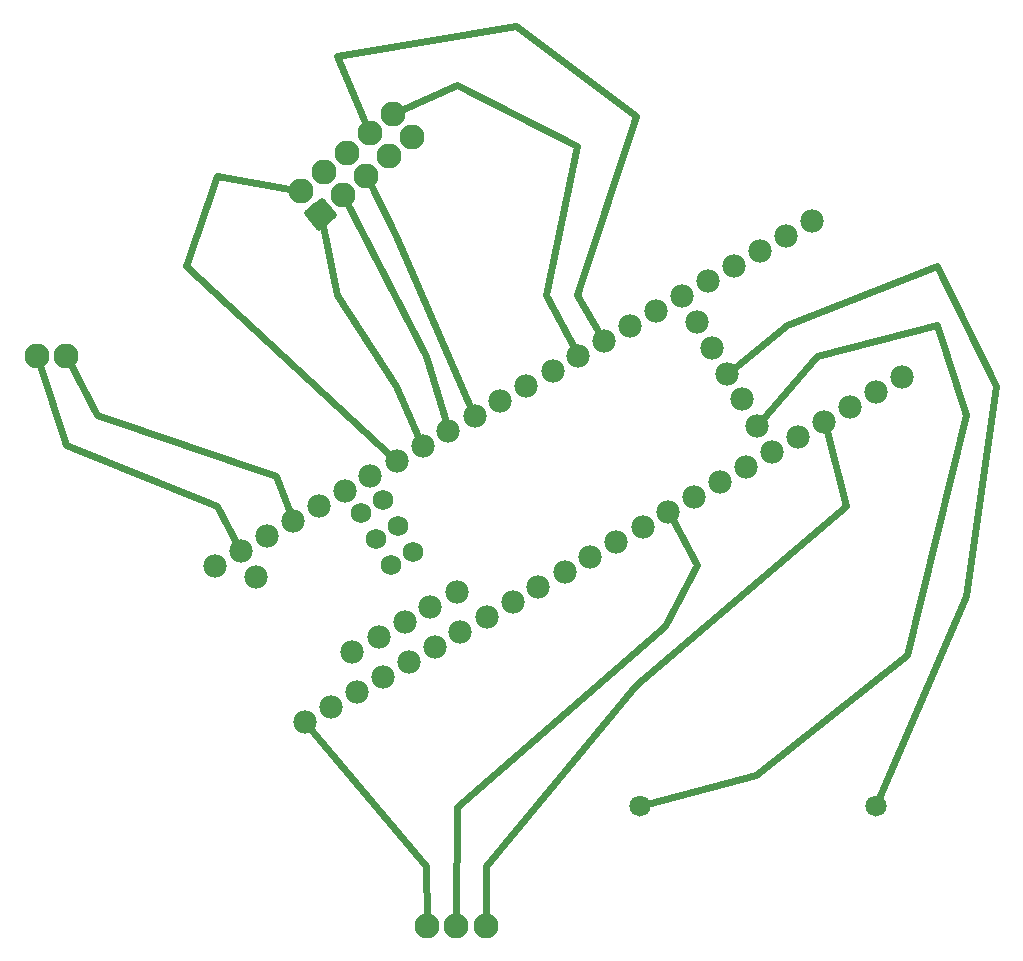
<source format=gtl>
G04 MADE WITH FRITZING*
G04 WWW.FRITZING.ORG*
G04 DOUBLE SIDED*
G04 HOLES PLATED*
G04 CONTOUR ON CENTER OF CONTOUR VECTOR*
%ASAXBY*%
%FSLAX23Y23*%
%MOIN*%
%OFA0B0*%
%SFA1.0B1.0*%
%ADD10C,0.071181*%
%ADD11C,0.078000*%
%ADD12C,0.068000*%
%ADD13C,0.083307*%
%ADD14C,0.024000*%
%ADD15C,0.020000*%
%LNCOPPER1*%
G90*
G70*
G54D10*
X3200Y1037D03*
X2413Y1037D03*
X3200Y1037D03*
X2413Y1037D03*
G54D11*
X1133Y1798D03*
G54D12*
X1483Y2013D03*
X1533Y1926D03*
X1583Y1840D03*
X1556Y2055D03*
X1606Y1968D03*
X1656Y1882D03*
G54D11*
X1454Y1549D03*
X1541Y1599D03*
X1628Y1649D03*
X1714Y1699D03*
X1801Y1749D03*
X1295Y1317D03*
X1381Y1367D03*
X1468Y1417D03*
X1555Y1467D03*
X1641Y1517D03*
X1728Y1567D03*
X1814Y1617D03*
X1901Y1667D03*
X1988Y1717D03*
X2074Y1767D03*
X2161Y1817D03*
X2247Y1867D03*
X2334Y1917D03*
X2421Y1967D03*
X2507Y2017D03*
X2594Y2067D03*
X2680Y2117D03*
X2767Y2167D03*
X2854Y2217D03*
X2940Y2267D03*
X3027Y2317D03*
X3113Y2367D03*
X3200Y2417D03*
X3287Y2467D03*
X2804Y2304D03*
X2754Y2391D03*
X2704Y2477D03*
X2654Y2564D03*
X2604Y2650D03*
X2987Y2987D03*
X2900Y2937D03*
X2813Y2887D03*
X2727Y2837D03*
X2640Y2787D03*
X2554Y2737D03*
X2467Y2687D03*
X2380Y2637D03*
X2294Y2587D03*
X2207Y2537D03*
X2121Y2487D03*
X2034Y2437D03*
X1947Y2387D03*
X1861Y2337D03*
X1774Y2287D03*
X1688Y2237D03*
X1601Y2187D03*
X1514Y2137D03*
X1428Y2087D03*
X1341Y2037D03*
X1255Y1987D03*
X1168Y1937D03*
X1081Y1887D03*
X995Y1837D03*
G54D13*
X1283Y3085D03*
X1359Y3149D03*
X1436Y3214D03*
X1512Y3278D03*
X1589Y3342D03*
X1347Y3008D03*
X1423Y3073D03*
X1500Y3137D03*
X1577Y3201D03*
X1653Y3266D03*
X1898Y637D03*
X1800Y637D03*
X1702Y637D03*
X402Y2537D03*
X500Y2537D03*
G54D14*
X3401Y2639D02*
X3001Y2535D01*
D02*
X3500Y2338D02*
X3401Y2639D01*
D02*
X3598Y2436D02*
X3401Y2836D01*
D02*
X3500Y1735D02*
X3598Y2436D01*
D02*
X2903Y2639D02*
X2718Y2489D01*
D02*
X3001Y2535D02*
X2816Y2318D01*
D02*
X3302Y1538D02*
X3500Y2338D01*
D02*
X2799Y1138D02*
X3302Y1538D01*
D02*
X3401Y2836D02*
X2903Y2639D01*
D02*
X1698Y837D02*
X1307Y1303D01*
D02*
X1701Y659D02*
X1698Y837D01*
D02*
X2437Y1044D02*
X2799Y1138D01*
D02*
X3210Y1061D02*
X3500Y1735D01*
D02*
X2601Y1839D02*
X2516Y2001D01*
D02*
X2497Y1637D02*
X2601Y1839D01*
D02*
X1802Y1034D02*
X2497Y1637D01*
D02*
X1402Y2738D02*
X1599Y2436D01*
D02*
X1698Y2535D02*
X1769Y2305D01*
D02*
X1599Y2436D02*
X1680Y2254D01*
D02*
X1802Y3439D02*
X2202Y3236D01*
D02*
X1402Y3537D02*
X1999Y3636D01*
D02*
X1351Y2987D02*
X1402Y2738D01*
D02*
X898Y2836D02*
X1587Y2200D01*
D02*
X1002Y3137D02*
X898Y2836D01*
D02*
X1261Y3089D02*
X1002Y3137D01*
D02*
X1600Y2937D02*
X1853Y2354D01*
D02*
X1510Y3118D02*
X1600Y2937D01*
D02*
X1433Y3053D02*
X1698Y2535D01*
D02*
X2202Y2738D02*
X2284Y2603D01*
D02*
X2399Y3335D02*
X2202Y2738D01*
D02*
X1999Y3636D02*
X2399Y3335D01*
D02*
X2098Y2738D02*
X2198Y2554D01*
D02*
X2202Y3236D02*
X2098Y2738D01*
D02*
X1609Y3351D02*
X1802Y3439D01*
D02*
X1504Y3298D02*
X1402Y3537D01*
D02*
X1800Y659D02*
X1802Y1034D01*
D02*
X1002Y2037D02*
X1072Y1904D01*
D02*
X498Y2239D02*
X1002Y2037D01*
D02*
X408Y2516D02*
X498Y2239D01*
D02*
X602Y2338D02*
X510Y2518D01*
D02*
X1199Y2135D02*
X602Y2338D01*
D02*
X1248Y2005D02*
X1199Y2135D01*
D02*
X3100Y2037D02*
X2399Y1440D01*
D02*
X2399Y1440D02*
X1900Y837D01*
D02*
X1900Y837D02*
X1899Y659D01*
D02*
X3032Y2299D02*
X3100Y2037D01*
G54D15*
X1302Y3012D02*
X1351Y3053D01*
X1391Y3005D01*
X1343Y2964D01*
X1302Y3012D01*
D02*
G04 End of Copper1*
M02*
</source>
